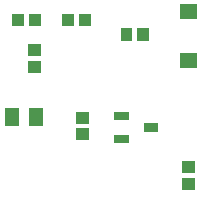
<source format=gtp>
G04 Layer: TopPasteMaskLayer*
G04 EasyEDA v6.1.52, Fri, 02 Aug 2019 09:48:55 GMT*
G04 017f6ad9517e406d9769b934d1664338,d60483f80e02402a9409f1f04c283df6,10*
G04 Gerber Generator version 0.2*
G04 Scale: 100 percent, Rotated: No, Reflected: No *
G04 Dimensions in millimeters *
G04 leading zeros omitted , absolute positions ,3 integer and 3 decimal *
%FSLAX33Y33*%
%MOMM*%
G90*
G71D02*

%ADD16R,0.999998X1.099998*%

%LPD*%
G36*
G01X45455Y18953D02*
G01X45455Y19654D01*
G01X46705Y19654D01*
G01X46705Y18953D01*
G01X45455Y18953D01*
G37*
G36*
G01X42956Y18004D02*
G01X42956Y18704D01*
G01X44206Y18704D01*
G01X44206Y18004D01*
G01X42956Y18004D01*
G37*
G36*
G01X42956Y19903D02*
G01X42956Y20603D01*
G01X44206Y20603D01*
G01X44206Y19903D01*
G01X42956Y19903D01*
G37*
G36*
G01X50011Y29743D02*
G01X50011Y28473D01*
G01X48540Y28473D01*
G01X48540Y29743D01*
G01X50011Y29743D01*
G37*
G36*
G01X50011Y25628D02*
G01X50011Y24358D01*
G01X48540Y24358D01*
G01X48540Y25628D01*
G01X50011Y25628D01*
G37*
G36*
G01X39709Y18230D02*
G01X39709Y19230D01*
G01X40809Y19230D01*
G01X40809Y18230D01*
G01X39709Y18230D01*
G37*
G36*
G01X39709Y19630D02*
G01X39709Y20630D01*
G01X40809Y20630D01*
G01X40809Y19630D01*
G01X39709Y19630D01*
G37*
G36*
G01X36902Y19468D02*
G01X35741Y19468D01*
G01X35741Y20917D01*
G01X36902Y20917D01*
G01X36902Y19468D01*
G37*
G36*
G01X34870Y19468D02*
G01X33709Y19468D01*
G01X33709Y20917D01*
G01X34870Y20917D01*
G01X34870Y19468D01*
G37*
G54D16*
G01X39050Y28448D03*
G01X40451Y28448D03*
G36*
G01X49825Y16440D02*
G01X49825Y15440D01*
G01X48725Y15440D01*
G01X48725Y16440D01*
G01X49825Y16440D01*
G37*
G36*
G01X49825Y15040D02*
G01X49825Y14040D01*
G01X48725Y14040D01*
G01X48725Y15040D01*
G01X49825Y15040D01*
G37*
G36*
G01X35645Y23945D02*
G01X35645Y24945D01*
G01X36745Y24945D01*
G01X36745Y23945D01*
G01X35645Y23945D01*
G37*
G36*
G01X35645Y25345D02*
G01X35645Y26345D01*
G01X36745Y26345D01*
G01X36745Y25345D01*
G01X35645Y25345D01*
G37*
G01X34859Y28448D03*
G01X36260Y28448D03*
G36*
G01X45904Y26628D02*
G01X44904Y26628D01*
G01X44904Y27728D01*
G01X45904Y27728D01*
G01X45904Y26628D01*
G37*
G36*
G01X44504Y26628D02*
G01X43504Y26628D01*
G01X43504Y27728D01*
G01X44504Y27728D01*
G01X44504Y26628D01*
G37*
M00*
M02*

</source>
